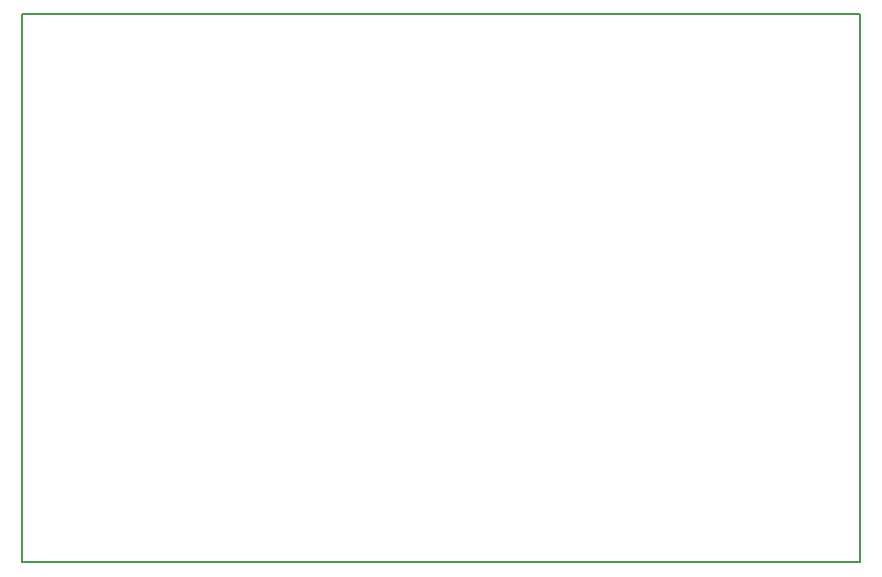
<source format=gbr>
G04 #@! TF.GenerationSoftware,KiCad,Pcbnew,5.0.0*
G04 #@! TF.CreationDate,2019-01-02T17:09:17-05:00*
G04 #@! TF.ProjectId,probe,70726F62652E6B696361645F70636200,rev?*
G04 #@! TF.SameCoordinates,Original*
G04 #@! TF.FileFunction,Profile,NP*
%FSLAX46Y46*%
G04 Gerber Fmt 4.6, Leading zero omitted, Abs format (unit mm)*
G04 Created by KiCad (PCBNEW 5.0.0) date Wed Jan  2 17:09:17 2019*
%MOMM*%
%LPD*%
G01*
G04 APERTURE LIST*
%ADD10C,0.150000*%
G04 APERTURE END LIST*
D10*
X57400000Y-131600000D02*
X57400000Y-132400000D01*
X128400000Y-131600000D02*
X57400000Y-131600000D01*
X128400000Y-178000000D02*
X128400000Y-131600000D01*
X57400000Y-178000000D02*
X128400000Y-178000000D01*
X57400000Y-132200000D02*
X57400000Y-178000000D01*
M02*

</source>
